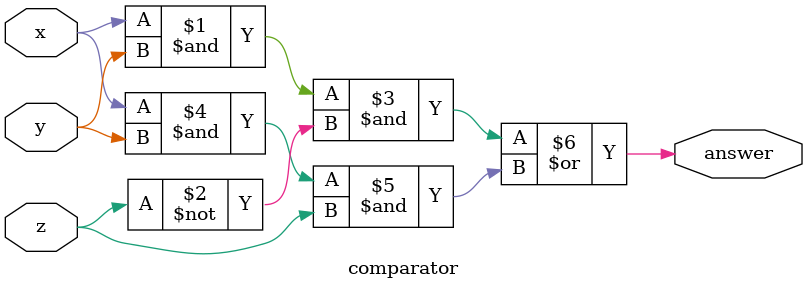
<source format=v>
/*Implement and verify the verilog code for a circuit that has three inputs and one one output. 
The three inputs represent a binary number ( from 0 to 7) 
and output is 1 if the value is greater than 5 else it is 0.*/
module comparator(
    input wire x,
    input wire y,
    input wire z,
    output wire answer
);
assign answer = (x&y&~z)|(x&y&z);
endmodule
</source>
